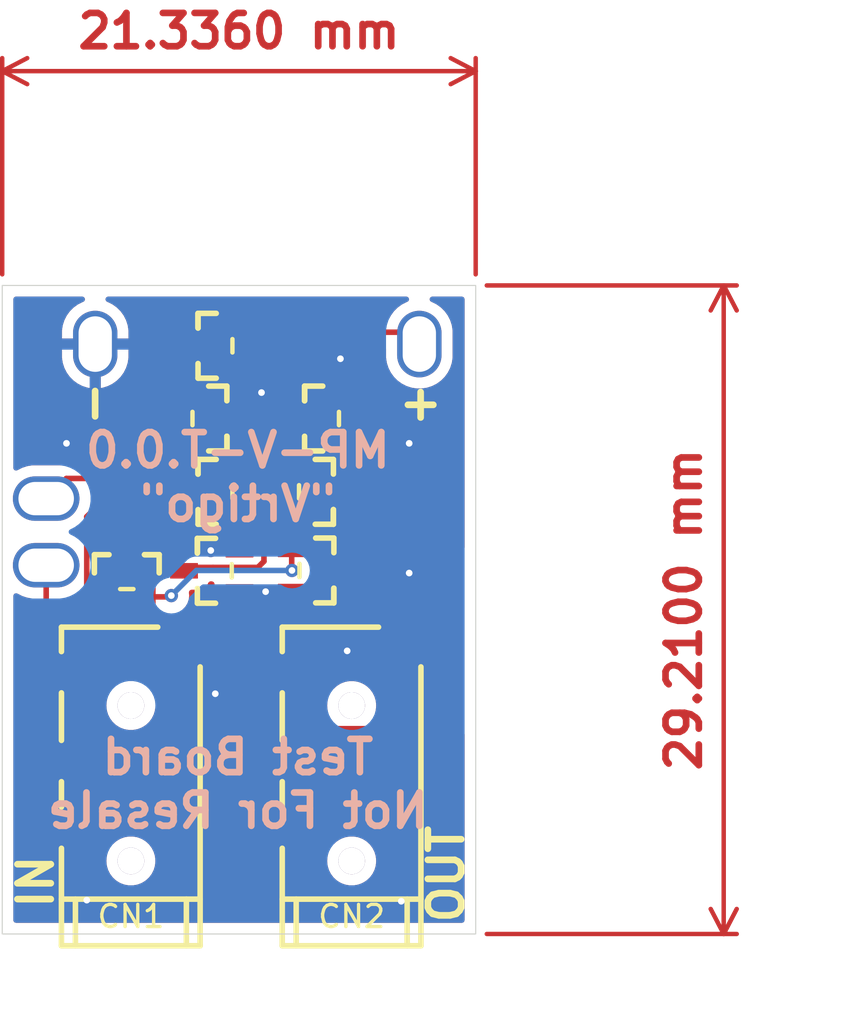
<source format=kicad_pcb>
(kicad_pcb (version 20240108) (generator "pcbnew") (generator_version "8.0")
  (layers (0 "F.Cu" signal) (31 "B.Cu" signal) (34 "B.Paste" user) (35 "F.Paste" user) (36 "B.SilkS" user "B.Silkscreen") (37 "F.SilkS" user "F.Silkscreen") (38 "B.Mask" user) (39 "F.Mask" user) (44 "Edge.Cuts" user))
  (net 0 "")
  (net 1 "Net-(Q1-B)")
  (net 2 "12V0")
  (net 3 "Net-(Q1-C)")
  (net 4 "GND")
  (net 5 "Net-(Q3-B)")
  (net 6 "Net-(Q7-C)")
  (net 7 "Net-(Q7-B)")
  (net 8 "A")
  (net 9 "Net-(Q8-B)")
  (net 10 "B")
  (net 11 "Net-(Q8-C)")
  (net 12 "Net-(Q4-B)")
  (net 14 "Net-(Q2-C)")
  (net 15 "E1")
  (net 16 "E2")
  (net 17 "B1")
  (net 18 "B2")
  (net 21 "Meter")
  (footprint "easyeda2kicadagain:SOT-23-3_L2.9-W1.3-P1.90-LS2.4-TR" (layer "F.Cu") (at 135.9408 92.8624 180)
    (property "Reference" "Q4" (hide yes))
    (property "Value" "2N3906" (hide yes))
    (fp_line (start 0.9 0.3) (end 0.900002 -0.300002) (stroke (width 0.2)) (layer "F.SilkS"))
    (fp_line (start 0.169998 1.459999) (end -0.65 1.46) (stroke (width 0.25)) (layer "F.SilkS"))
    (fp_line (start -0.65 1.46) (end -0.650002 0.799998) (stroke (width 0.25)) (layer "F.SilkS"))
    (fp_line (start -0.65 -0.800001) (end -0.650001 -1.460002) (stroke (width 0.25)) (layer "F.SilkS"))
    (fp_line (start -0.65 -0.800001) (end -0.650001 -1.460002) (stroke (width 0.25)) (layer "F.SilkS"))
    (fp_line (start -0.650001 -1.460002) (end 0.169999 -1.459998) (stroke (width 0.25)) (layer "F.SilkS"))
    (fp_line (start -0.650001 -1.460002) (end -0.65 -0.800001) (stroke (width 0.25)) (layer "F.SilkS"))
    (pad "1" smd rect (at 1.250001 -0.950001 90) (size 0.7 1.25) (layers "F.Cu" "F.Paste" "F.Mask") (net 14 "Net-(Q2-C)"))
    (pad "2" smd rect (at 1.249998 0.949998 90) (size 0.7 1.25) (layers "F.Cu" "F.Paste" "F.Mask") (net 12 "Net-(Q4-B)"))
    (pad "3" smd rect (at -1.25 0 90) (size 0.7 1.25) (layers "F.Cu" "F.Paste" "F.Mask") (net 16 "E2"))
  )
  (footprint "passive_custom:R_0402_JLC" (layer "F.Cu") (at 127.9144 93.4466)
    (property "Reference" "R4" (hide yes))
    (property "Value" "1.8k" (hide yes))
    (pad "1" smd roundrect (at -0.51 0) (size 0.54 0.64) (layers "F.Cu" "F.Paste" "F.Mask") (net 7 "Net-(Q7-B)"))
    (pad "2" smd roundrect (at 0.51 0) (size 0.54 0.64) (layers "F.Cu" "F.Paste" "F.Mask") (net 8 "A"))
  )
  (footprint "passive_custom:R_0402_JLC" (layer "F.Cu") (at 137.9474 91.6686)
    (property "Reference" "R5" (hide yes))
    (property "Value" "1.8k" (hide yes))
    (pad "1" smd roundrect (at -0.51 0) (size 0.54 0.64) (layers "F.Cu" "F.Paste" "F.Mask") (net 9 "Net-(Q8-B)"))
    (pad "2" smd roundrect (at 0.51 0) (size 0.54 0.64) (layers "F.Cu" "F.Paste" "F.Mask") (net 10 "B"))
  )
  (footprint "easyeda2kicadagain:AUDIO-SMD_PJ-320D" (layer "F.Cu") (at 127.464801 103.936799 180)
    (property "Reference" "CN1" (at 0 -8.05 360) (layer "F.SilkS"))
    (property "Value" "PJ-320D" (hide yes))
    (fp_line (start 3.13 4.98) (end -1.21 4.98) (stroke (width 0.25)) (layer "F.SilkS"))
    (fp_line (start 3.13 3.88) (end 3.13 4.98) (stroke (width 0.25)) (layer "F.SilkS"))
    (fp_line (start 3.13 -0.12) (end 3.13 2.02) (stroke (width 0.25)) (layer "F.SilkS"))
    (fp_line (start 3.13 -3.12) (end 3.13 -1.98) (stroke (width 0.25)) (layer "F.SilkS"))
    (fp_line (start 3.13 -7.27) (end -3.12 -7.27) (stroke (width 0.25)) (layer "F.SilkS"))
    (fp_line (start 3.13 -9.37) (end 3.13 -4.98) (stroke (width 0.25)) (layer "F.SilkS"))
    (fp_line (start 2.5 -7.27) (end 2.5 -9.37) (stroke (width 0.25)) (layer "F.SilkS"))
    (fp_line (start -2.5 -9.37) (end -2.5 -7.27) (stroke (width 0.25)) (layer "F.SilkS"))
    (fp_line (start -3.12 -9.37) (end 3.13 -9.37) (stroke (width 0.25)) (layer "F.SilkS"))
    (fp_line (start -3.12 -9.37) (end -3.12 3.19) (stroke (width 0.25)) (layer "F.SilkS"))
    (pad "" thru_hole circle (at 0 -5.55 180) (size 1.2 1.2) (drill 1.2) (layers "*.Cu" "*.Mask"))
    (pad "" thru_hole circle (at 0 1.45 180) (size 1.2 1.2) (drill 1.2) (layers "*.Cu" "*.Mask"))
    (pad "1" smd rect (at -3 4.05 180) (size 3 1.4) (layers "F.Cu" "F.Paste" "F.Mask") (net 8 "A"))
    (pad "2" smd rect (at 3 -4.05 180) (size 3 1.4) (layers "F.Cu" "F.Paste" "F.Mask") (net 4 "GND"))
    (pad "3" smd rect (at 3 -1.05 180) (size 3 1.4) (layers "F.Cu" "F.Paste" "F.Mask"))
    (pad "4" smd rect (at 3 2.95 180) (size 3 1.4) (layers "F.Cu" "F.Paste" "F.Mask") (net 10 "B"))
  )
  (footprint "easyeda2kicadagain:SOT-23-3_L2.9-W1.3-P1.90-LS2.4-TR" (layer "F.Cu") (at 131.1402 92.8624)
    (property "Reference" "Q3" (hide yes))
    (property "Value" "2N3906" (hide yes))
    (fp_line (start -0.65 -1.46) (end -0.65 -0.8) (stroke (width 0.25)) (layer "F.SilkS"))
    (fp_line (start -0.65 -1.46) (end 0.17 -1.46) (stroke (width 0.25)) (layer "F.SilkS"))
    (fp_line (start -0.65 -0.8) (end -0.65 -1.46) (stroke (width 0.25)) (layer "F.SilkS"))
    (fp_line (start -0.65 -0.8) (end -0.65 -1.46) (stroke (width 0.25)) (layer "F.SilkS"))
    (fp_line (start -0.65 1.46) (end -0.65 0.8) (stroke (width 0.25)) (layer "F.SilkS"))
    (fp_line (start 0.17 1.46) (end -0.65 1.46) (stroke (width 0.25)) (layer "F.SilkS"))
    (fp_line (start 0.9 0.3) (end 0.9 -0.3) (stroke (width 0.2)) (layer "F.SilkS"))
    (pad "1" smd rect (at 1.25 -0.95 270) (size 0.7 1.25) (layers "F.Cu" "F.Paste" "F.Mask") (net 14 "Net-(Q2-C)"))
    (pad "2" smd rect (at 1.25 0.95 270) (size 0.7 1.25) (layers "F.Cu" "F.Paste" "F.Mask") (net 5 "Net-(Q3-B)"))
    (pad "3" smd rect (at -1.25 0 270) (size 0.7 1.25) (layers "F.Cu" "F.Paste" "F.Mask") (net 21 "Meter"))
  )
  (footprint "passive_custom:R_0402_JLC" (layer "F.Cu") (at 129.2606 94.6404)
    (property "Reference" "R3" (hide yes))
    (property "Value" "12k" (hide yes))
    (pad "1" smd roundrect (at -0.51 -0.000001) (size 0.54 0.64) (layers "F.Cu" "F.Paste" "F.Mask") (net 6 "Net-(Q7-C)"))
    (pad "2" smd roundrect (at 0.51 0.000001) (size 0.54 0.64) (layers "F.Cu" "F.Paste" "F.Mask") (net 5 "Net-(Q3-B)"))
  )
  (footprint "easyeda2kicadagain:SOT-23-3_L2.9-W1.3-P1.90-LS2.4-TR" (layer "F.Cu") (at 131.1402 86.2838)
    (property "Reference" "Q1" (hide yes))
    (property "Value" "2N3906" (hide yes))
    (fp_line (start -0.65 -1.46) (end -0.65 -0.8) (stroke (width 0.25)) (layer "F.SilkS"))
    (fp_line (start -0.65 -1.46) (end 0.17 -1.46) (stroke (width 0.25)) (layer "F.SilkS"))
    (fp_line (start -0.65 -0.8) (end -0.65 -1.46) (stroke (width 0.25)) (layer "F.SilkS"))
    (fp_line (start -0.65 -0.8) (end -0.65 -1.46) (stroke (width 0.25)) (layer "F.SilkS"))
    (fp_line (start -0.65 1.46) (end -0.65 0.8) (stroke (width 0.25)) (layer "F.SilkS"))
    (fp_line (start 0.17 1.46) (end -0.65 1.46) (stroke (width 0.25)) (layer "F.SilkS"))
    (fp_line (start 0.9 0.3) (end 0.9 -0.3) (stroke (width 0.2)) (layer "F.SilkS"))
    (pad "1" smd rect (at 1.25 -0.95 270) (size 0.7 1.25) (layers "F.Cu" "F.Paste" "F.Mask") (net 2 "12V0"))
    (pad "2" smd rect (at 1.25 0.95 270) (size 0.7 1.25) (layers "F.Cu" "F.Paste" "F.Mask") (net 1 "Net-(Q1-B)"))
    (pad "3" smd rect (at -1.25 0 270) (size 0.7 1.25) (layers "F.Cu" "F.Paste" "F.Mask") (net 3 "Net-(Q1-C)"))
  )
  (footprint "justPads_custom:2_3-1.5_2.5_1_1" (layer "F.Cu") (at 125.857 86.2076)
    (property "Reference" "TP2" (hide yes))
    (property "Value" "~" (hide yes))
    (pad "1" thru_hole oval (at 0 0) (size 2 3) (drill oval 1.5 2.5) (layers "*.Cu" "*.Mask") (net 4 "GND"))
  )
  (footprint "passive_custom:R_0402_JLC" (layer "F.Cu") (at 133.5532 90.7542)
    (property "Reference" "R6" (hide yes))
    (property "Value" "12k" (hide yes))
    (pad "1" smd roundrect (at -0.51 -0.000001) (size 0.54 0.64) (layers "F.Cu" "F.Paste" "F.Mask") (net 11 "Net-(Q8-C)"))
    (pad "2" smd roundrect (at 0.51 0.000001) (size 0.54 0.64) (layers "F.Cu" "F.Paste" "F.Mask") (net 12 "Net-(Q4-B)"))
  )
  (footprint "passive_custom:R_0402_JLC" (layer "F.Cu") (at 134.0866 86.1822 -90)
    (property "Reference" "R1" (hide yes))
    (property "Value" "220R +-1%" (hide yes))
    (pad "1" smd roundrect (at -0.51 -0.000001 270) (size 0.54 0.64) (layers "F.Cu" "F.Paste" "F.Mask") (net 2 "12V0"))
    (pad "2" smd roundrect (at 0.51 0.000001 270) (size 0.54 0.64) (layers "F.Cu" "F.Paste" "F.Mask") (net 1 "Net-(Q1-B)"))
  )
  (footprint "easyeda2kicadagain:SOT-23-3_L2.9-W1.3-P1.90-LS2.4-TR" (layer "F.Cu") (at 135.9408 89.5604)
    (property "Reference" "Q8" (hide yes))
    (property "Value" "2n3904" (hide yes))
    (fp_line (start -0.65 -1.46) (end -0.65 -0.8) (stroke (width 0.25)) (layer "F.SilkS"))
    (fp_line (start -0.65 -1.46) (end 0.17 -1.46) (stroke (width 0.25)) (layer "F.SilkS"))
    (fp_line (start -0.65 -0.8) (end -0.65 -1.46) (stroke (width 0.25)) (layer "F.SilkS"))
    (fp_line (start -0.65 -0.8) (end -0.65 -1.46) (stroke (width 0.25)) (layer "F.SilkS"))
    (fp_line (start -0.65 1.46) (end -0.65 0.8) (stroke (width 0.25)) (layer "F.SilkS"))
    (fp_line (start 0.17 1.46) (end -0.65 1.46) (stroke (width 0.25)) (layer "F.SilkS"))
    (fp_line (start 0.9 0.3) (end 0.9 -0.3) (stroke (width 0.2)) (layer "F.SilkS"))
    (pad "1" smd rect (at 1.25 -0.95 270) (size 0.7 1.25) (layers "F.Cu" "F.Paste" "F.Mask") (net 17 "B1"))
    (pad "2" smd rect (at 1.25 0.95 270) (size 0.7 1.25) (layers "F.Cu" "F.Paste" "F.Mask") (net 9 "Net-(Q8-B)"))
    (pad "3" smd rect (at -1.25 0 270) (size 0.7 1.25) (layers "F.Cu" "F.Paste" "F.Mask") (net 11 "Net-(Q8-C)"))
  )
  (footprint "justPads_custom:2_3-1.5_2.5_1_1" (layer "F.Cu") (at 140.462 86.2076)
    (property "Reference" "TP1" (hide yes))
    (property "Value" "~" (hide yes))
    (pad "1" thru_hole oval (at 0 0) (size 2 3) (drill oval 1.5 2.5) (layers "*.Cu" "*.Mask") (net 2 "12V0"))
  )
  (footprint "justPads_custom:2_3-1.5_2.5_1_1" (layer "F.Cu") (at 123.6472 93.1672 90)
    (property "Reference" "TP4" (hide yes))
    (property "Value" "~" (hide yes))
    (pad "1" thru_hole oval (at 0 0 90) (size 2 3) (drill oval 1.5 2.5) (layers "*.Cu" "*.Mask") (net 21 "Meter"))
  )
  (footprint "easyeda2kicadagain:SOT-23-3_L2.9-W1.3-P1.90-LS2.4-TR" (layer "F.Cu") (at 135.9608 96.403198 180)
    (property "Reference" "Q6" (hide yes))
    (property "Value" "2n3904" (hide yes))
    (fp_line (start 0.9 0.3) (end 0.900002 -0.300002) (stroke (width 0.2)) (layer "F.SilkS"))
    (fp_line (start 0.169998 1.459999) (end -0.65 1.46) (stroke (width 0.25)) (layer "F.SilkS"))
    (fp_line (start -0.65 1.46) (end -0.650002 0.799998) (stroke (width 0.25)) (layer "F.SilkS"))
    (fp_line (start -0.65 -0.800001) (end -0.650001 -1.460002) (stroke (width 0.25)) (layer "F.SilkS"))
    (fp_line (start -0.65 -0.800001) (end -0.650001 -1.460002) (stroke (width 0.25)) (layer "F.SilkS"))
    (fp_line (start -0.650001 -1.460002) (end 0.169999 -1.459998) (stroke (width 0.25)) (layer "F.SilkS"))
    (fp_line (start -0.650001 -1.460002) (end -0.65 -0.800001) (stroke (width 0.25)) (layer "F.SilkS"))
    (pad "1" smd rect (at 1.250001 -0.950001 90) (size 0.7 1.25) (layers "F.Cu" "F.Paste" "F.Mask") (net 4 "GND"))
    (pad "2" smd rect (at 1.249998 0.949998 90) (size 0.7 1.25) (layers "F.Cu" "F.Paste" "F.Mask") (net 18 "B2"))
    (pad "3" smd rect (at -1.25 0 90) (size 0.7 1.25) (layers "F.Cu" "F.Paste" "F.Mask") (net 16 "E2"))
  )
  (footprint "easyeda2kicadagain:SOT-23-3_L2.9-W1.3-P1.90-LS2.4-TR" (layer "F.Cu") (at 131.1402 89.5604 180)
    (property "Reference" "Q2" (hide yes))
    (property "Value" "2N3906" (hide yes))
    (fp_line (start 0.900003 0.3) (end 0.900001 -0.3) (stroke (width 0.2)) (layer "F.SilkS"))
    (fp_line (start 0.169999 1.459998) (end -0.649998 1.459999) (stroke (width 0.25)) (layer "F.SilkS"))
    (fp_line (start -0.649998 1.459999) (end -0.650002 0.799998) (stroke (width 0.25)) (layer "F.SilkS"))
    (fp_line (start -0.650001 -1.460002) (end 0.169999 -1.459998) (stroke (width 0.25)) (layer "F.SilkS"))
    (fp_line (start -0.650001 -1.460002) (end -0.650002 -0.799998) (stroke (width 0.25)) (layer "F.SilkS"))
    (fp_line (start -0.650002 -0.799998) (end -0.650001 -1.460002) (stroke (width 0.25)) (layer "F.SilkS"))
    (fp_line (start -0.650002 -0.799998) (end -0.650001 -1.460002) (stroke (width 0.25)) (layer "F.SilkS"))
    (pad "1" smd rect (at 1.250002 -0.950002 90) (size 0.7 1.25) (layers "F.Cu" "F.Paste" "F.Mask") (net 1 "Net-(Q1-B)"))
    (pad "2" smd rect (at 1.249999 0.949999 90) (size 0.7 1.25) (layers "F.Cu" "F.Paste" "F.Mask") (net 3 "Net-(Q1-C)"))
    (pad "3" smd rect (at -1.25 0 90) (size 0.7 1.25) (layers "F.Cu" "F.Paste" "F.Mask") (net 14 "Net-(Q2-C)"))
  )
  (footprint "justPads_custom:2_3-1.5_2.5_1_1" (layer "F.Cu") (at 123.6472 96.1672 90)
    (property "Reference" "TP3" (hide yes))
    (property "Value" "~" (hide yes))
    (pad "1" thru_hole oval (at 0 0 90) (size 2 3) (drill oval 1.5 2.5) (layers "*.Cu" "*.Mask") (net 15 "E1"))
  )
  (footprint "easyeda2kicadagain:SOT-23-3_L2.9-W1.3-P1.90-LS2.4-TR" (layer "F.Cu") (at 127.2794 96.3422 -90)
    (property "Reference" "Q7" (hide yes))
    (property "Value" "2n3904" (hide yes))
    (fp_line (start -0.65 1.46) (end -0.650002 0.799998) (stroke (width 0.25)) (layer "F.SilkS"))
    (fp_line (start 0.169999 1.459998) (end -0.65 1.46) (stroke (width 0.25)) (layer "F.SilkS"))
    (fp_line (start 0.9 0.3) (end 0.900003 -0.3) (stroke (width 0.2)) (layer "F.SilkS"))
    (fp_line (start -0.65 -0.800001) (end -0.650001 -1.460002) (stroke (width 0.25)) (layer "F.SilkS"))
    (fp_line (start -0.65 -0.800001) (end -0.650001 -1.460002) (stroke (width 0.25)) (layer "F.SilkS"))
    (fp_line (start -0.650001 -1.460002) (end -0.65 -0.800001) (stroke (width 0.25)) (layer "F.SilkS"))
    (fp_line (start -0.650001 -1.460002) (end 0.169998 -1.459999) (stroke (width 0.25)) (layer "F.SilkS"))
    (pad "1" smd rect (at 1.250001 -0.950002 180) (size 0.7 1.25) (layers "F.Cu" "F.Paste" "F.Mask") (net 18 "B2"))
    (pad "2" smd rect (at 1.249998 0.949998 180) (size 0.7 1.25) (layers "F.Cu" "F.Paste" "F.Mask") (net 7 "Net-(Q7-B)"))
    (pad "3" smd rect (at -1.25 0 180) (size 0.7 1.25) (layers "F.Cu" "F.Paste" "F.Mask") (net 6 "Net-(Q7-C)"))
  )
  (footprint "passive_custom:R_0402_JLC" (layer "F.Cu") (at 128.4224 89.1032 90)
    (property "Reference" "R2" (hide yes))
    (property "Value" "5.6k" (hide yes))
    (pad "1" smd roundrect (at -0.51 -0.000001 90) (size 0.54 0.64) (layers "F.Cu" "F.Paste" "F.Mask") (net 4 "GND"))
    (pad "2" smd roundrect (at 0.51 0.000001 90) (size 0.54 0.64) (layers "F.Cu" "F.Paste" "F.Mask") (net 3 "Net-(Q1-C)"))
  )
  (footprint "easyeda2kicadagain:SOT-23-3_L2.9-W1.3-P1.90-LS2.4-TR" (layer "F.Cu") (at 131.1094 96.418398)
    (property "Reference" "Q5" (hide yes))
    (property "Value" "2n3904" (hide yes))
    (fp_line (start -0.65 -1.46) (end -0.65 -0.8) (stroke (width 0.25)) (layer "F.SilkS"))
    (fp_line (start -0.65 -1.46) (end 0.17 -1.46) (stroke (width 0.25)) (layer "F.SilkS"))
    (fp_line (start -0.65 -0.8) (end -0.65 -1.46) (stroke (width 0.25)) (layer "F.SilkS"))
    (fp_line (start -0.65 -0.8) (end -0.65 -1.46) (stroke (width 0.25)) (layer "F.SilkS"))
    (fp_line (start -0.65 1.46) (end -0.65 0.8) (stroke (width 0.25)) (layer "F.SilkS"))
    (fp_line (start 0.17 1.46) (end -0.65 1.46) (stroke (width 0.25)) (layer "F.SilkS"))
    (fp_line (start 0.9 0.3) (end 0.9 -0.3) (stroke (width 0.2)) (layer "F.SilkS"))
    (pad "1" smd rect (at 1.25 -0.95 270) (size 0.7 1.25) (layers "F.Cu" "F.Paste" "F.Mask") (net 4 "GND"))
    (pad "2" smd rect (at 1.25 0.95 270) (size 0.7 1.25) (layers "F.Cu" "F.Paste" "F.Mask") (net 17 "B1"))
    (pad "3" smd rect (at -1.25 0 270) (size 0.7 1.25) (layers "F.Cu" "F.Paste" "F.Mask") (net 21 "Meter"))
  )
  (footprint "easyeda2kicadagain:AUDIO-SMD_PJ-320D" (layer "F.Cu") (at 137.414 103.9368 180)
    (property "Reference" "CN2" (at 0 -8.05 360) (layer "F.SilkS"))
    (property "Value" "PJ-320D" (hide yes))
    (fp_line (start 3.13 4.98) (end -1.21 4.98) (stroke (width 0.25)) (layer "F.SilkS"))
    (fp_line (start 3.13 3.88) (end 3.13 4.98) (stroke (width 0.25)) (layer "F.SilkS"))
    (fp_line (start 3.13 -0.12) (end 3.13 2.02) (stroke (width 0.25)) (layer "F.SilkS"))
    (fp_line (start 3.13 -3.12) (end 3.13 -1.98) (stroke (width 0.25)) (layer "F.SilkS"))
    (fp_line (start 3.13 -7.27) (end -3.12 -7.27) (stroke (width 0.25)) (layer "F.SilkS"))
    (fp_line (start 3.13 -9.37) (end 3.13 -4.98) (stroke (width 0.25)) (layer "F.SilkS"))
    (fp_line (start 2.5 -7.27) (end 2.5 -9.37) (stroke (width 0.25)) (layer "F.SilkS"))
    (fp_line (start -2.5 -9.37) (end -2.5 -7.27) (stroke (width 0.25)) (layer "F.SilkS"))
    (fp_line (start -3.12 -9.37) (end 3.13 -9.37) (stroke (width 0.25)) (layer "F.SilkS"))
    (fp_line (start -3.12 -9.37) (end -3.12 3.19) (stroke (width 0.25)) (layer "F.SilkS"))
    (pad "" thru_hole circle (at 0 -5.55 180) (size 1.2 1.2) (drill 1.2) (layers "*.Cu" "*.Mask"))
    (pad "" thru_hole circle (at 0 1.45 180) (size 1.2 1.2) (drill 1.2) (layers "*.Cu" "*.Mask"))
    (pad "1" smd rect (at -3 4.05 180) (size 3 1.4) (layers "F.Cu" "F.Paste" "F.Mask") (net 16 "E2"))
    (pad "2" smd rect (at 3 -4.05 180) (size 3 1.4) (layers "F.Cu" "F.Paste" "F.Mask"))
    (pad "3" smd rect (at 3 -1.05 180) (size 3 1.4) (layers "F.Cu" "F.Paste" "F.Mask"))
    (pad "4" smd rect (at 3 2.95 180) (size 3 1.4) (layers "F.Cu" "F.Paste" "F.Mask") (net 15 "E1"))
  )
  (gr_rect (start 121.666 83.566) (end 143.002 112.776) (stroke (width 0.05)) (fill none) (layer "Edge.Cuts"))
  (gr_text "MP-V-T.0.0\n{dblquote}Vrtigo{dblquote}" (at 132.2832 94.2848 0) (layer "B.SilkS") (effects (font (size 1.5 1.5) (thickness 0.3) (bold yes)) (justify bottom mirror)))
  (gr_text "Test Board\nNot For Resale" (at 132.2832 108.1024 0) (layer "B.SilkS") (effects (font (size 1.5 1.5) (thickness 0.3) (bold yes)) (justify bottom mirror)))
  (gr_text "IN" (at 124.0536 111.76 90) (layer "F.SilkS") (effects (font (size 1.5 1.5) (thickness 0.3) (bold yes)) (justify left bottom)))
  (gr_text "-" (at 126.623216 90.0176 90) (layer "F.SilkS") (effects (font (size 1.5 1.5) (thickness 0.3) (bold yes)) (justify left bottom)))
  (gr_text "+" (at 139.3952 89.7128 0) (layer "F.SilkS") (effects (font (size 1.5 1.5) (thickness 0.3) (bold yes)) (justify left bottom)))
  (gr_text "OUT\n" (at 142.5448 112.4204 90) (layer "F.SilkS") (effects (font (size 1.5 1.5) (thickness 0.3) (bold yes)) (justify left bottom)))
  (dimension (type aligned) (layer "F.Cu") (pts (xy 121.666 83.566) (xy 143.002 83.566)) (height -9.652) (gr_text "21.3360 mm" (at 132.334 72.114 0) (layer "F.Cu") (effects (font (size 1.5 1.5) (thickness 0.3)))) (format (prefix "") (suffix "") (units 3) (units_format 1) (precision 4)) (style (thickness 0.2) (arrow_length 1.27) (text_position_mode 0) (extension_height 0.58642) (extension_offset 0.5) keep_text_aligned))
  (dimension (type aligned) (layer "F.Cu") (pts (xy 143.002 112.776) (xy 143.002 83.566)) (height 11.176) (gr_text "29.2100 mm" (at 152.378 98.171 90) (layer "F.Cu") (effects (font (size 1.5 1.5) (thickness 0.3)))) (format (prefix "") (suffix "") (units 3) (units_format 1) (precision 4)) (style (thickness 0.2) (arrow_length 1.27) (text_position_mode 0) (extension_height 0.58642) (extension_offset 0.5) keep_text_aligned))
  (segment (start 132.3902 87.2338) (end 133.544999 87.2338) (width 0.25) (layer "F.Cu") (net 1))
  (segment (start 132.3902 88.0104) (end 132.3902 87.2338) (width 0.25) (layer "F.Cu") (net 1))
  (segment (start 129.890198 90.510402) (end 132.3902 88.0104) (width 0.25) (layer "F.Cu") (net 1))
  (segment (start 133.544999 87.2338) (end 134.086599 86.6922) (width 0.25) (layer "F.Cu") (net 1))
  (segment (start 134.088141 85.67374) (end 134.086601 85.6722) (width 0.25) (layer "F.Cu") (net 2))
  (segment (start 140.462 86.2076) (end 139.92814 85.67374) (width 0.25) (layer "F.Cu") (net 2))
  (segment (start 132.3902 85.3338) (end 133.748201 85.3338) (width 0.25) (layer "F.Cu") (net 2))
  (segment (start 139.92814 85.67374) (end 134.088141 85.67374) (width 0.25) (layer "F.Cu") (net 2))
  (segment (start 133.748201 85.3338) (end 134.086601 85.6722) (width 0.25) (layer "F.Cu") (net 2))
  (segment (start 129.8902 86.2838) (end 129.8902 88.6104) (width 0.25) (layer "F.Cu") (net 3))
  (segment (start 128.439602 88.610401) (end 128.422401 88.5932) (width 0.25) (layer "F.Cu") (net 3))
  (segment (start 129.8902 88.6104) (end 129.890201 88.610401) (width 0.25) (layer "F.Cu") (net 3))
  (segment (start 129.890201 88.610401) (end 128.439602 88.610401) (width 0.25) (layer "F.Cu") (net 3))
  (segment (start 131.064 95.504) (end 132.323798 95.504) (width 0.25) (layer "F.Cu") (net 4))
  (segment (start 132.323798 95.504) (end 132.3594 95.468398) (width 0.25) (layer "F.Cu") (net 4))
  (segment (start 133.535722 97.357894) (end 133.540417 97.353199) (width 0.25) (layer "F.Cu") (net 4))
  (segment (start 133.540417 97.353199) (end 134.710799 97.353199) (width 0.25) (layer "F.Cu") (net 4))
  (via (at 133.535722 97.357894) (size 0.6) (drill 0.3) (layers "F.Cu" "B.Cu") (net 4))
  (via (at 136.906 86.868) (size 0.6) (drill 0.3) (layers "F.Cu" "B.Cu") (net 4))
  (via (at 133.35 88.392) (size 0.6) (drill 0.3) (layers "F.Cu" "B.Cu") (net 4))
  (via (at 131.064 95.504) (size 0.6) (drill 0.3) (layers "F.Cu" "B.Cu") (net 4))
  (via (at 124.5616 90.678) (size 0.6) (drill 0.3) (layers "F.Cu" "B.Cu") (net 4))
  (via (at 140.0048 96.52) (size 0.6) (drill 0.3) (layers "F.Cu" "B.Cu") (net 4))
  (via (at 125.476 111.252) (size 0.6) (drill 0.3) (layers "F.Cu" "B.Cu") (net 4))
  (via (at 140.0048 90.678) (size 0.6) (drill 0.3) (layers "F.Cu" "B.Cu") (net 4))
  (via (at 127.254 109.474) (size 0.6) (drill 0.3) (layers "F.Cu" "B.Cu") (net 4))
  (via (at 131.2672 101.9556) (size 0.6) (drill 0.3) (layers "F.Cu" "B.Cu") (net 4))
  (via (at 139.6492 111.3028) (size 0.6) (drill 0.3) (layers "F.Cu" "B.Cu") (net 4))
  (via (at 137.2108 100.0252) (size 0.6) (drill 0.3) (layers "F.Cu" "B.Cu") (net 4))
  (segment (start 131.562199 94.640401) (end 132.3902 93.8124) (width 0.25) (layer "F.Cu") (net 5))
  (segment (start 129.7706 94.640401) (end 131.562199 94.640401) (width 0.25) (layer "F.Cu") (net 5))
  (segment (start 127.2794 95.0922) (end 128.298799 95.0922) (width 0.25) (layer "F.Cu") (net 6))
  (segment (start 128.298799 95.0922) (end 128.7506 94.640399) (width 0.25) (layer "F.Cu") (net 6))
  (segment (start 127.4044 93.4466) (end 126.329402 94.521598) (width 0.25) (layer "F.Cu") (net 7))
  (segment (start 126.329402 94.521598) (end 126.329402 97.592198) (width 0.25) (layer "F.Cu") (net 7))
  (segment (start 125.785399 98.8568) (end 125.476 98.547401) (width 0.25) (layer "F.Cu") (net 8))
  (segment (start 130.464801 99.886799) (end 129.434802 98.8568) (width 0.25) (layer "F.Cu") (net 8))
  (segment (start 128.4244 93.135982) (end 128.4244 93.4466) (width 0.25) (layer "F.Cu") (net 8))
  (segment (start 129.434802 98.8568) (end 125.785399 98.8568) (width 0.25) (layer "F.Cu") (net 8))
  (segment (start 125.476 93.98) (end 126.714716 92.741284) (width 0.25) (layer "F.Cu") (net 8))
  (segment (start 126.714716 92.741284) (end 128.029702 92.741284) (width 0.25) (layer "F.Cu") (net 8))
  (segment (start 128.029702 92.741284) (end 128.4244 93.135982) (width 0.25) (layer "F.Cu") (net 8))
  (segment (start 125.476 98.547401) (end 125.476 93.98) (width 0.25) (layer "F.Cu") (net 8))
  (segment (start 137.4374 91.6686) (end 137.4374 90.63) (width 0.25) (layer "F.Cu") (net 9))
  (segment (start 137.4374 90.63) (end 137.3178 90.5104) (width 0.25) (layer "F.Cu") (net 9))
  (segment (start 142.239 96.2856) (end 138.1408 92.1874) (width 0.25) (layer "F.Cu") (net 10))
  (segment (start 138.1408 91.9852) (end 138.4574 91.6686) (width 0.25) (layer "F.Cu") (net 10))
  (segment (start 128.27 101.1936) (end 130.6068 103.5304) (width 0.25) (layer "F.Cu") (net 10))
  (segment (start 130.6068 103.5304) (end 141.5796 103.5304) (width 0.25) (layer "F.Cu") (net 10))
  (segment (start 124.671602 101.1936) (end 128.27 101.1936) (width 0.25) (layer "F.Cu") (net 10))
  (segment (start 138.1408 92.1874) (end 138.1408 91.9852) (width 0.25) (layer "F.Cu") (net 10))
  (segment (start 124.464801 100.986799) (end 124.671602 101.1936) (width 0.25) (layer "F.Cu") (net 10))
  (segment (start 142.239 102.871) (end 142.239 96.2856) (width 0.25) (layer "F.Cu") (net 10))
  (segment (start 141.5796 103.5304) (end 142.239 102.871) (width 0.25) (layer "F.Cu") (net 10))
  (segment (start 133.0432 90.754199) (end 134.236999 89.5604) (width 0.25) (layer "F.Cu") (net 11))
  (segment (start 134.236999 89.5604) (end 134.8178 89.5604) (width 0.25) (layer "F.Cu") (net 11))
  (segment (start 134.690802 91.663202) (end 134.0632 91.0356) (width 0.25) (layer "F.Cu") (net 12))
  (segment (start 134.690802 91.912402) (end 134.690802 91.663202) (width 0.25) (layer "F.Cu") (net 12))
  (segment (start 134.0632 91.0356) (end 134.0632 90.754201) (width 0.25) (layer "F.Cu") (net 12))
  (segment (start 132.3902 91.9124) (end 132.790798 91.9124) (width 0.25) (layer "F.Cu") (net 14))
  (segment (start 132.3902 89.5604) (end 132.3902 91.9124) (width 0.25) (layer "F.Cu") (net 14))
  (segment (start 132.790798 91.9124) (end 134.690799 93.812401) (width 0.25) (layer "F.Cu") (net 14))
  (segment (start 123.6472 98.3488) (end 123.6472 96.1672) (width 0.25) (layer "F.Cu") (net 15))
  (segment (start 134.414 100.9868) (end 134.414 100.4288) (width 0.25) (layer "F.Cu") (net 15))
  (segment (start 124.6052 99.3068) (end 123.6472 98.3488) (width 0.25) (layer "F.Cu") (net 15))
  (segment (start 127.034802 99.3068) (end 124.6052 99.3068) (width 0.25) (layer "F.Cu") (net 15))
  (segment (start 134.414 100.9868) (end 128.714802 100.9868) (width 0.25) (layer "F.Cu") (net 15))
  (segment (start 128.714802 100.9868) (end 127.034802 99.3068) (width 0.25) (layer "F.Cu") (net 15))
  (segment (start 137.2108 96.403198) (end 137.2108 96.6836) (width 0.25) (layer "F.Cu") (net 16))
  (segment (start 137.1908 92.8624) (end 137.1908 96.383198) (width 0.25) (layer "F.Cu") (net 16))
  (segment (start 137.2108 96.6836) (end 140.414 99.8868) (width 0.25) (layer "F.Cu") (net 16))
  (segment (start 137.1908 96.383198) (end 137.2108 96.403198) (width 0.25) (layer "F.Cu") (net 16))
  (segment (start 135.9916 97.9424) (end 135.9916 89.1032) (width 0.25) (layer "F.Cu") (net 17))
  (segment (start 132.3594 97.368398) (end 133.289002 98.298) (width 0.25) (layer "F.Cu") (net 17))
  (segment (start 133.289002 98.298) (end 135.636 98.298) (width 0.25) (layer "F.Cu") (net 17))
  (segment (start 136.4844 88.6104) (end 137.3178 88.6104) (width 0.25) (layer "F.Cu") (net 17))
  (segment (start 135.9916 89.1032) (end 136.4844 88.6104) (width 0.25) (layer "F.Cu") (net 17))
  (segment (start 135.636 98.298) (end 135.9916 97.9424) (width 0.25) (layer "F.Cu") (net 17))
  (segment (start 134.710802 96.392188) (end 134.722347 96.403733) (width 0.25) (layer "F.Cu") (net 18))
  (segment (start 128.229402 97.592201) (end 129.229799 97.592201) (width 0.25) (layer "F.Cu") (net 18))
  (segment (start 134.710802 95.4532) (end 134.710802 96.392188) (width 0.25) (layer "F.Cu") (net 18))
  (segment (start 129.229799 97.592201) (end 129.286 97.536) (width 0.25) (layer "F.Cu") (net 18))
  (via (at 134.722347 96.403733) (size 0.6) (drill 0.3) (layers "F.Cu" "B.Cu") (net 18))
  (via (at 129.286 97.536) (size 0.6) (drill 0.3) (layers "F.Cu" "B.Cu") (net 18))
  (segment (start 134.722347 96.403733) (end 130.418267 96.403733) (width 0.25) (layer "B.Cu") (net 18))
  (segment (start 130.418267 96.403733) (end 129.286 97.536) (width 0.25) (layer "B.Cu") (net 18))
  (segment (start 129.8902 92.8624) (end 133.0652 92.8624) (width 0.25) (layer "F.Cu") (net 21))
  (segment (start 129.2878 92.26) (end 129.8902 92.8624) (width 0.25) (layer "F.Cu") (net 21))
  (segment (start 130.011798 96.266) (end 129.8594 96.418398) (width 0.25) (layer "F.Cu") (net 21))
  (segment (start 124.5544 92.26) (end 129.2878 92.26) (width 0.25) (layer "F.Cu") (net 21))
  (segment (start 123.6472 93.1672) (end 124.5544 92.26) (width 0.25) (layer "F.Cu") (net 21))
  (segment (start 133.0652 92.8624) (end 133.459964 93.257164) (width 0.25) (layer "F.Cu") (net 21))
  (segment (start 133.459964 95.992834) (end 133.186798 96.266) (width 0.25) (layer "F.Cu") (net 21))
  (segment (start 131.1656 96.266) (end 130.011798 96.266) (width 0.25) (layer "F.Cu") (net 21))
  (segment (start 133.186798 96.266) (end 131.1656 96.266) (width 0.25) (layer "F.Cu") (net 21))
  (segment (start 133.459964 93.257164) (end 133.459964 95.992834) (width 0.25) (layer "F.Cu") (net 21))
  (zone (net 4) (net_name "GND") (layers "F&B.Cu") (connect_pads (clearance 0.5)) (min_thickness 0.25) (fill yes (thermal_gap 0.5) (thermal_bridge_width 0.5))
    (polygon (pts (xy 121.666 83.566) (xy 143.002 83.566) (xy 143.002 112.776) (xy 121.666 112.776)))
  )
)
</source>
